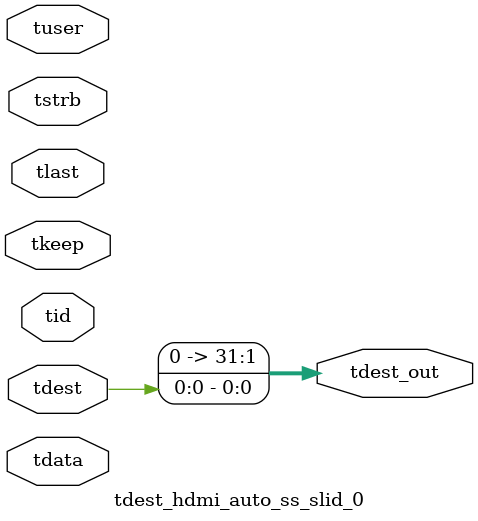
<source format=v>


`timescale 1ps/1ps

module tdest_hdmi_auto_ss_slid_0 #
(
parameter C_S_AXIS_TDATA_WIDTH = 32,
parameter C_S_AXIS_TUSER_WIDTH = 0,
parameter C_S_AXIS_TID_WIDTH   = 0,
parameter C_S_AXIS_TDEST_WIDTH = 0,
parameter C_M_AXIS_TDEST_WIDTH = 32
)
(
input  [(C_S_AXIS_TDATA_WIDTH == 0 ? 1 : C_S_AXIS_TDATA_WIDTH)-1:0     ] tdata,
input  [(C_S_AXIS_TUSER_WIDTH == 0 ? 1 : C_S_AXIS_TUSER_WIDTH)-1:0     ] tuser,
input  [(C_S_AXIS_TID_WIDTH   == 0 ? 1 : C_S_AXIS_TID_WIDTH)-1:0       ] tid,
input  [(C_S_AXIS_TDEST_WIDTH == 0 ? 1 : C_S_AXIS_TDEST_WIDTH)-1:0     ] tdest,
input  [(C_S_AXIS_TDATA_WIDTH/8)-1:0 ] tkeep,
input  [(C_S_AXIS_TDATA_WIDTH/8)-1:0 ] tstrb,
input                                                                    tlast,
output [C_M_AXIS_TDEST_WIDTH-1:0] tdest_out
);

assign tdest_out = {tdest[0:0]};

endmodule


</source>
